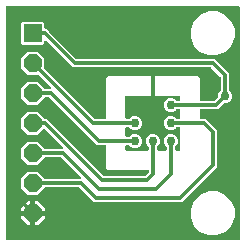
<source format=gbr>
G04 EAGLE Gerber RS-274X export*
G75*
%MOMM*%
%FSLAX34Y34*%
%LPD*%
%INBottom Copper*%
%IPPOS*%
%AMOC8*
5,1,8,0,0,1.08239X$1,22.5*%
G01*
%ADD10R,1.524000X1.524000*%
%ADD11P,1.649562X8X22.500000*%
%ADD12C,0.304800*%
%ADD13C,0.762000*%

G36*
X199702Y2549D02*
X199702Y2549D01*
X199760Y2547D01*
X199842Y2569D01*
X199926Y2581D01*
X199979Y2604D01*
X200035Y2619D01*
X200108Y2662D01*
X200185Y2697D01*
X200230Y2735D01*
X200280Y2764D01*
X200338Y2826D01*
X200402Y2880D01*
X200434Y2929D01*
X200474Y2972D01*
X200513Y3047D01*
X200560Y3117D01*
X200577Y3173D01*
X200604Y3225D01*
X200615Y3293D01*
X200645Y3388D01*
X200648Y3488D01*
X200659Y3556D01*
X200659Y199644D01*
X200651Y199702D01*
X200653Y199760D01*
X200631Y199842D01*
X200619Y199926D01*
X200596Y199979D01*
X200581Y200035D01*
X200538Y200108D01*
X200503Y200185D01*
X200465Y200230D01*
X200436Y200280D01*
X200374Y200338D01*
X200320Y200402D01*
X200271Y200434D01*
X200228Y200474D01*
X200153Y200513D01*
X200083Y200560D01*
X200027Y200577D01*
X199975Y200604D01*
X199907Y200615D01*
X199812Y200645D01*
X199712Y200648D01*
X199644Y200659D01*
X3556Y200659D01*
X3498Y200651D01*
X3440Y200653D01*
X3358Y200631D01*
X3274Y200619D01*
X3221Y200596D01*
X3165Y200581D01*
X3092Y200538D01*
X3015Y200503D01*
X2970Y200465D01*
X2920Y200436D01*
X2862Y200374D01*
X2798Y200320D01*
X2766Y200271D01*
X2726Y200228D01*
X2687Y200153D01*
X2640Y200083D01*
X2623Y200027D01*
X2596Y199975D01*
X2585Y199907D01*
X2555Y199812D01*
X2552Y199712D01*
X2541Y199644D01*
X2541Y3556D01*
X2549Y3498D01*
X2547Y3440D01*
X2569Y3358D01*
X2581Y3274D01*
X2604Y3221D01*
X2619Y3165D01*
X2662Y3092D01*
X2697Y3015D01*
X2735Y2970D01*
X2764Y2920D01*
X2826Y2862D01*
X2880Y2798D01*
X2929Y2766D01*
X2972Y2726D01*
X3047Y2687D01*
X3117Y2640D01*
X3173Y2623D01*
X3225Y2596D01*
X3293Y2585D01*
X3388Y2555D01*
X3488Y2552D01*
X3556Y2541D01*
X199644Y2541D01*
X199702Y2549D01*
G37*
%LPC*%
G36*
X77267Y34543D02*
X77267Y34543D01*
X64864Y46946D01*
X64794Y46998D01*
X64730Y47058D01*
X64681Y47084D01*
X64637Y47117D01*
X64555Y47148D01*
X64477Y47188D01*
X64430Y47196D01*
X64371Y47218D01*
X64224Y47230D01*
X64146Y47243D01*
X35915Y47243D01*
X35828Y47231D01*
X35741Y47228D01*
X35688Y47211D01*
X35633Y47203D01*
X35554Y47168D01*
X35470Y47141D01*
X35431Y47113D01*
X35374Y47087D01*
X35261Y46991D01*
X35197Y46946D01*
X29398Y41147D01*
X21402Y41147D01*
X15747Y46802D01*
X15747Y54798D01*
X21402Y60453D01*
X29398Y60453D01*
X35197Y54654D01*
X35267Y54602D01*
X35331Y54542D01*
X35380Y54516D01*
X35424Y54483D01*
X35506Y54452D01*
X35584Y54412D01*
X35631Y54404D01*
X35690Y54382D01*
X35837Y54370D01*
X35915Y54357D01*
X65162Y54357D01*
X65191Y54361D01*
X65221Y54358D01*
X65332Y54381D01*
X65444Y54397D01*
X65470Y54409D01*
X65499Y54414D01*
X65600Y54466D01*
X65703Y54513D01*
X65726Y54532D01*
X65752Y54545D01*
X65834Y54623D01*
X65920Y54696D01*
X65936Y54721D01*
X65958Y54741D01*
X66015Y54839D01*
X66078Y54933D01*
X66087Y54961D01*
X66101Y54986D01*
X66129Y55096D01*
X66164Y55204D01*
X66164Y55234D01*
X66172Y55262D01*
X66168Y55375D01*
X66171Y55488D01*
X66163Y55517D01*
X66162Y55546D01*
X66128Y55654D01*
X66099Y55763D01*
X66084Y55789D01*
X66075Y55817D01*
X66029Y55880D01*
X65954Y56008D01*
X65908Y56051D01*
X65880Y56090D01*
X49624Y72346D01*
X49554Y72398D01*
X49490Y72458D01*
X49441Y72484D01*
X49397Y72517D01*
X49315Y72548D01*
X49237Y72588D01*
X49190Y72596D01*
X49131Y72618D01*
X48984Y72630D01*
X48906Y72643D01*
X35915Y72643D01*
X35828Y72631D01*
X35741Y72628D01*
X35688Y72611D01*
X35633Y72603D01*
X35553Y72568D01*
X35470Y72541D01*
X35431Y72513D01*
X35374Y72487D01*
X35261Y72391D01*
X35197Y72346D01*
X29398Y66547D01*
X21402Y66547D01*
X15747Y72202D01*
X15747Y80198D01*
X21402Y85853D01*
X29398Y85853D01*
X35197Y80054D01*
X35267Y80002D01*
X35331Y79942D01*
X35380Y79916D01*
X35424Y79883D01*
X35506Y79852D01*
X35584Y79812D01*
X35631Y79804D01*
X35690Y79782D01*
X35837Y79770D01*
X35915Y79757D01*
X49922Y79757D01*
X49951Y79761D01*
X49981Y79758D01*
X50092Y79781D01*
X50204Y79797D01*
X50230Y79809D01*
X50259Y79814D01*
X50360Y79866D01*
X50463Y79913D01*
X50486Y79932D01*
X50512Y79945D01*
X50594Y80023D01*
X50680Y80096D01*
X50696Y80121D01*
X50718Y80141D01*
X50775Y80239D01*
X50838Y80333D01*
X50847Y80361D01*
X50861Y80386D01*
X50889Y80496D01*
X50924Y80604D01*
X50924Y80634D01*
X50932Y80662D01*
X50928Y80775D01*
X50931Y80888D01*
X50923Y80917D01*
X50922Y80946D01*
X50888Y81054D01*
X50859Y81163D01*
X50844Y81189D01*
X50835Y81217D01*
X50790Y81280D01*
X50714Y81408D01*
X50668Y81451D01*
X50640Y81490D01*
X35508Y96622D01*
X35462Y96657D01*
X35421Y96699D01*
X35349Y96742D01*
X35281Y96793D01*
X35227Y96813D01*
X35176Y96843D01*
X35094Y96864D01*
X35016Y96894D01*
X34957Y96899D01*
X34901Y96913D01*
X34816Y96910D01*
X34732Y96917D01*
X34675Y96906D01*
X34616Y96904D01*
X34536Y96878D01*
X34454Y96861D01*
X34402Y96834D01*
X34346Y96816D01*
X34290Y96776D01*
X34201Y96730D01*
X34129Y96662D01*
X34073Y96622D01*
X29398Y91947D01*
X21402Y91947D01*
X15747Y97602D01*
X15747Y105598D01*
X21402Y111253D01*
X29398Y111253D01*
X35197Y105454D01*
X35267Y105402D01*
X35331Y105342D01*
X35380Y105316D01*
X35424Y105283D01*
X35506Y105252D01*
X35584Y105212D01*
X35631Y105204D01*
X35690Y105182D01*
X35837Y105170D01*
X35915Y105157D01*
X37033Y105157D01*
X84996Y57194D01*
X85066Y57142D01*
X85130Y57082D01*
X85179Y57056D01*
X85223Y57023D01*
X85305Y56992D01*
X85383Y56952D01*
X85430Y56944D01*
X85489Y56922D01*
X85636Y56910D01*
X85714Y56897D01*
X120026Y56897D01*
X120113Y56909D01*
X120200Y56912D01*
X120253Y56929D01*
X120308Y56937D01*
X120388Y56972D01*
X120471Y56999D01*
X120510Y57027D01*
X120567Y57053D01*
X120680Y57149D01*
X120744Y57194D01*
X123146Y59596D01*
X123198Y59666D01*
X123258Y59730D01*
X123284Y59779D01*
X123317Y59823D01*
X123348Y59905D01*
X123388Y59983D01*
X123396Y60030D01*
X123418Y60089D01*
X123430Y60236D01*
X123443Y60314D01*
X123443Y61088D01*
X123435Y61146D01*
X123437Y61204D01*
X123415Y61286D01*
X123403Y61370D01*
X123380Y61423D01*
X123365Y61479D01*
X123322Y61552D01*
X123287Y61629D01*
X123249Y61674D01*
X123220Y61724D01*
X123158Y61782D01*
X123104Y61846D01*
X123055Y61878D01*
X123012Y61918D01*
X122937Y61957D01*
X122867Y62004D01*
X122811Y62021D01*
X122759Y62048D01*
X122691Y62059D01*
X122596Y62089D01*
X122496Y62092D01*
X122428Y62103D01*
X102864Y62103D01*
X102856Y62102D01*
X88694Y62102D01*
X87502Y63294D01*
X87502Y77458D01*
X87503Y77464D01*
X87503Y81788D01*
X87496Y81837D01*
X87497Y81847D01*
X87495Y81852D01*
X87497Y81904D01*
X87475Y81986D01*
X87463Y82070D01*
X87440Y82123D01*
X87425Y82179D01*
X87382Y82252D01*
X87347Y82329D01*
X87309Y82374D01*
X87280Y82424D01*
X87218Y82482D01*
X87164Y82546D01*
X87115Y82578D01*
X87072Y82618D01*
X86997Y82657D01*
X86927Y82704D01*
X86871Y82721D01*
X86819Y82748D01*
X86751Y82759D01*
X86656Y82789D01*
X86556Y82792D01*
X86488Y82803D01*
X79807Y82803D01*
X39464Y123146D01*
X39394Y123198D01*
X39330Y123258D01*
X39281Y123284D01*
X39237Y123317D01*
X39155Y123348D01*
X39077Y123388D01*
X39030Y123396D01*
X38971Y123418D01*
X38824Y123430D01*
X38746Y123443D01*
X35915Y123443D01*
X35828Y123431D01*
X35741Y123428D01*
X35688Y123411D01*
X35633Y123403D01*
X35554Y123368D01*
X35470Y123341D01*
X35431Y123313D01*
X35374Y123287D01*
X35261Y123191D01*
X35197Y123146D01*
X29398Y117347D01*
X21402Y117347D01*
X15747Y123002D01*
X15747Y130998D01*
X21402Y136653D01*
X29398Y136653D01*
X35197Y130854D01*
X35267Y130802D01*
X35331Y130742D01*
X35380Y130716D01*
X35424Y130683D01*
X35506Y130652D01*
X35584Y130612D01*
X35631Y130604D01*
X35690Y130582D01*
X35837Y130570D01*
X35915Y130557D01*
X39762Y130557D01*
X39791Y130561D01*
X39821Y130558D01*
X39932Y130581D01*
X40044Y130597D01*
X40070Y130609D01*
X40099Y130614D01*
X40200Y130666D01*
X40303Y130713D01*
X40326Y130732D01*
X40352Y130745D01*
X40434Y130823D01*
X40520Y130896D01*
X40536Y130921D01*
X40558Y130941D01*
X40615Y131039D01*
X40678Y131133D01*
X40687Y131161D01*
X40701Y131186D01*
X40729Y131296D01*
X40764Y131404D01*
X40764Y131434D01*
X40772Y131462D01*
X40768Y131575D01*
X40771Y131688D01*
X40763Y131717D01*
X40762Y131746D01*
X40728Y131854D01*
X40699Y131963D01*
X40684Y131989D01*
X40675Y132017D01*
X40629Y132080D01*
X40554Y132208D01*
X40508Y132251D01*
X40480Y132290D01*
X30320Y142450D01*
X30250Y142502D01*
X30186Y142562D01*
X30137Y142588D01*
X30093Y142621D01*
X30011Y142652D01*
X29933Y142692D01*
X29886Y142700D01*
X29827Y142722D01*
X29680Y142734D01*
X29602Y142747D01*
X21402Y142747D01*
X15747Y148402D01*
X15747Y156398D01*
X21402Y162053D01*
X29398Y162053D01*
X35053Y156398D01*
X35053Y148198D01*
X35065Y148111D01*
X35068Y148024D01*
X35085Y147971D01*
X35093Y147916D01*
X35128Y147836D01*
X35155Y147753D01*
X35183Y147714D01*
X35209Y147657D01*
X35305Y147544D01*
X35350Y147480D01*
X77376Y105454D01*
X77446Y105402D01*
X77510Y105342D01*
X77559Y105316D01*
X77603Y105283D01*
X77685Y105252D01*
X77763Y105212D01*
X77810Y105204D01*
X77869Y105182D01*
X78016Y105170D01*
X78094Y105157D01*
X86488Y105157D01*
X86546Y105165D01*
X86604Y105163D01*
X86686Y105185D01*
X86770Y105197D01*
X86823Y105220D01*
X86879Y105235D01*
X86952Y105278D01*
X87029Y105313D01*
X87074Y105351D01*
X87124Y105380D01*
X87182Y105442D01*
X87246Y105496D01*
X87278Y105545D01*
X87318Y105588D01*
X87357Y105663D01*
X87404Y105733D01*
X87421Y105789D01*
X87448Y105841D01*
X87459Y105909D01*
X87489Y106004D01*
X87492Y106104D01*
X87503Y106172D01*
X87503Y125737D01*
X87502Y125745D01*
X87502Y139907D01*
X88693Y141098D01*
X165307Y141098D01*
X166498Y139907D01*
X166498Y121412D01*
X166506Y121354D01*
X166504Y121296D01*
X166526Y121214D01*
X166538Y121130D01*
X166561Y121077D01*
X166576Y121021D01*
X166619Y120948D01*
X166654Y120871D01*
X166692Y120826D01*
X166721Y120776D01*
X166783Y120718D01*
X166837Y120654D01*
X166886Y120622D01*
X166929Y120582D01*
X167004Y120543D01*
X167074Y120496D01*
X167130Y120479D01*
X167182Y120452D01*
X167250Y120441D01*
X167345Y120411D01*
X167445Y120408D01*
X167513Y120397D01*
X178446Y120397D01*
X178533Y120409D01*
X178620Y120412D01*
X178673Y120429D01*
X178728Y120437D01*
X178808Y120472D01*
X178891Y120499D01*
X178930Y120527D01*
X178987Y120553D01*
X179100Y120649D01*
X179164Y120694D01*
X181820Y123350D01*
X181872Y123420D01*
X181932Y123484D01*
X181958Y123533D01*
X181991Y123577D01*
X182022Y123659D01*
X182062Y123737D01*
X182070Y123784D01*
X182092Y123843D01*
X182104Y123990D01*
X182117Y124068D01*
X182117Y125622D01*
X183007Y127770D01*
X184106Y128869D01*
X184158Y128939D01*
X184218Y129002D01*
X184244Y129052D01*
X184277Y129096D01*
X184308Y129178D01*
X184348Y129256D01*
X184356Y129303D01*
X184378Y129362D01*
X184390Y129509D01*
X184403Y129587D01*
X184403Y140346D01*
X184391Y140433D01*
X184388Y140520D01*
X184371Y140573D01*
X184363Y140628D01*
X184328Y140708D01*
X184301Y140791D01*
X184273Y140830D01*
X184247Y140887D01*
X184151Y141000D01*
X184106Y141064D01*
X176624Y148546D01*
X176554Y148598D01*
X176490Y148658D01*
X176441Y148684D01*
X176397Y148717D01*
X176315Y148748D01*
X176237Y148788D01*
X176190Y148796D01*
X176131Y148818D01*
X175984Y148830D01*
X175906Y148843D01*
X59487Y148843D01*
X36786Y171544D01*
X36762Y171562D01*
X36743Y171584D01*
X36649Y171647D01*
X36559Y171715D01*
X36531Y171725D01*
X36507Y171742D01*
X36399Y171776D01*
X36293Y171816D01*
X36264Y171819D01*
X36236Y171828D01*
X36122Y171830D01*
X36010Y171840D01*
X35981Y171834D01*
X35952Y171835D01*
X35842Y171806D01*
X35731Y171784D01*
X35705Y171770D01*
X35677Y171763D01*
X35579Y171705D01*
X35479Y171653D01*
X35457Y171633D01*
X35432Y171618D01*
X35355Y171535D01*
X35273Y171457D01*
X35258Y171432D01*
X35238Y171410D01*
X35186Y171310D01*
X35129Y171212D01*
X35122Y171183D01*
X35108Y171157D01*
X35095Y171080D01*
X35059Y170936D01*
X35061Y170874D01*
X35053Y170826D01*
X35053Y169338D01*
X33862Y168147D01*
X16938Y168147D01*
X15747Y169338D01*
X15747Y186262D01*
X16938Y187453D01*
X33862Y187453D01*
X35053Y186262D01*
X35053Y182372D01*
X35061Y182314D01*
X35059Y182256D01*
X35081Y182174D01*
X35093Y182090D01*
X35116Y182037D01*
X35131Y181981D01*
X35174Y181908D01*
X35209Y181831D01*
X35247Y181786D01*
X35276Y181736D01*
X35338Y181678D01*
X35392Y181614D01*
X35441Y181582D01*
X35484Y181542D01*
X35559Y181503D01*
X35629Y181456D01*
X35685Y181439D01*
X35737Y181412D01*
X35805Y181401D01*
X35900Y181371D01*
X36000Y181368D01*
X36068Y181357D01*
X37033Y181357D01*
X39414Y178976D01*
X62136Y156254D01*
X62206Y156202D01*
X62270Y156142D01*
X62319Y156116D01*
X62363Y156083D01*
X62445Y156052D01*
X62523Y156012D01*
X62570Y156004D01*
X62629Y155982D01*
X62776Y155970D01*
X62854Y155957D01*
X179273Y155957D01*
X191517Y143713D01*
X191517Y129587D01*
X191529Y129500D01*
X191532Y129413D01*
X191549Y129360D01*
X191557Y129305D01*
X191592Y129225D01*
X191619Y129142D01*
X191647Y129103D01*
X191673Y129046D01*
X191769Y128933D01*
X191814Y128869D01*
X192913Y127770D01*
X193803Y125622D01*
X193803Y123298D01*
X192913Y121150D01*
X191270Y119507D01*
X189122Y118617D01*
X187568Y118617D01*
X187481Y118605D01*
X187394Y118602D01*
X187341Y118585D01*
X187286Y118577D01*
X187206Y118542D01*
X187123Y118515D01*
X187084Y118487D01*
X187027Y118461D01*
X186914Y118365D01*
X186850Y118320D01*
X181813Y113283D01*
X167513Y113283D01*
X167455Y113275D01*
X167397Y113277D01*
X167315Y113255D01*
X167231Y113243D01*
X167178Y113220D01*
X167122Y113205D01*
X167049Y113162D01*
X166972Y113127D01*
X166927Y113089D01*
X166877Y113060D01*
X166819Y112998D01*
X166755Y112944D01*
X166723Y112895D01*
X166683Y112852D01*
X166644Y112777D01*
X166597Y112707D01*
X166580Y112651D01*
X166553Y112599D01*
X166542Y112531D01*
X166512Y112436D01*
X166509Y112336D01*
X166498Y112268D01*
X166498Y106172D01*
X166506Y106114D01*
X166504Y106056D01*
X166526Y105974D01*
X166538Y105890D01*
X166561Y105837D01*
X166576Y105781D01*
X166619Y105708D01*
X166654Y105631D01*
X166692Y105586D01*
X166721Y105536D01*
X166783Y105478D01*
X166837Y105414D01*
X166886Y105382D01*
X166929Y105342D01*
X167004Y105303D01*
X167074Y105256D01*
X167130Y105239D01*
X167182Y105212D01*
X167250Y105201D01*
X167345Y105171D01*
X167445Y105168D01*
X167513Y105157D01*
X171653Y105157D01*
X181357Y95453D01*
X181357Y64567D01*
X151333Y34543D01*
X77267Y34543D01*
G37*
%LPD*%
G36*
X122486Y78241D02*
X122486Y78241D01*
X122544Y78239D01*
X122626Y78261D01*
X122710Y78273D01*
X122763Y78296D01*
X122819Y78311D01*
X122892Y78354D01*
X122969Y78389D01*
X123014Y78427D01*
X123064Y78456D01*
X123122Y78518D01*
X123186Y78572D01*
X123218Y78621D01*
X123258Y78664D01*
X123297Y78739D01*
X123344Y78809D01*
X123361Y78865D01*
X123388Y78917D01*
X123399Y78985D01*
X123429Y79080D01*
X123432Y79180D01*
X123443Y79248D01*
X123443Y81233D01*
X123431Y81320D01*
X123428Y81407D01*
X123411Y81460D01*
X123403Y81515D01*
X123368Y81595D01*
X123341Y81678D01*
X123313Y81717D01*
X123287Y81774D01*
X123191Y81888D01*
X123146Y81951D01*
X122047Y83050D01*
X121157Y85198D01*
X121157Y87522D01*
X122047Y89670D01*
X123690Y91313D01*
X125838Y92203D01*
X128162Y92203D01*
X130310Y91313D01*
X131953Y89670D01*
X132843Y87522D01*
X132843Y85198D01*
X131953Y83050D01*
X130854Y81951D01*
X130802Y81881D01*
X130742Y81818D01*
X130716Y81768D01*
X130683Y81724D01*
X130652Y81642D01*
X130612Y81564D01*
X130604Y81517D01*
X130582Y81458D01*
X130570Y81311D01*
X130557Y81233D01*
X130557Y79248D01*
X130565Y79190D01*
X130563Y79132D01*
X130585Y79050D01*
X130597Y78966D01*
X130620Y78913D01*
X130635Y78857D01*
X130678Y78784D01*
X130713Y78707D01*
X130751Y78662D01*
X130780Y78612D01*
X130842Y78554D01*
X130896Y78490D01*
X130945Y78458D01*
X130988Y78418D01*
X131063Y78379D01*
X131133Y78332D01*
X131189Y78315D01*
X131241Y78288D01*
X131309Y78277D01*
X131404Y78247D01*
X131504Y78244D01*
X131572Y78233D01*
X137668Y78233D01*
X137726Y78241D01*
X137784Y78239D01*
X137866Y78261D01*
X137950Y78273D01*
X138003Y78296D01*
X138059Y78311D01*
X138132Y78354D01*
X138209Y78389D01*
X138254Y78427D01*
X138304Y78456D01*
X138362Y78518D01*
X138426Y78572D01*
X138458Y78621D01*
X138498Y78664D01*
X138537Y78739D01*
X138584Y78809D01*
X138601Y78865D01*
X138628Y78917D01*
X138639Y78985D01*
X138669Y79080D01*
X138672Y79180D01*
X138683Y79248D01*
X138683Y81233D01*
X138671Y81320D01*
X138668Y81407D01*
X138651Y81460D01*
X138643Y81515D01*
X138608Y81595D01*
X138581Y81678D01*
X138553Y81717D01*
X138527Y81774D01*
X138431Y81888D01*
X138386Y81951D01*
X137287Y83050D01*
X136397Y85198D01*
X136397Y87522D01*
X137287Y89670D01*
X138930Y91313D01*
X141078Y92203D01*
X143402Y92203D01*
X145550Y91313D01*
X147193Y89670D01*
X148083Y87522D01*
X148083Y85198D01*
X147193Y83050D01*
X146094Y81951D01*
X146042Y81881D01*
X145982Y81818D01*
X145956Y81768D01*
X145923Y81724D01*
X145892Y81642D01*
X145852Y81564D01*
X145844Y81517D01*
X145822Y81458D01*
X145810Y81311D01*
X145797Y81233D01*
X145797Y79248D01*
X145805Y79190D01*
X145803Y79132D01*
X145825Y79050D01*
X145837Y78966D01*
X145860Y78913D01*
X145875Y78857D01*
X145918Y78784D01*
X145953Y78707D01*
X145991Y78662D01*
X146020Y78612D01*
X146082Y78554D01*
X146136Y78490D01*
X146185Y78458D01*
X146228Y78418D01*
X146303Y78379D01*
X146373Y78332D01*
X146429Y78315D01*
X146481Y78288D01*
X146549Y78277D01*
X146644Y78247D01*
X146744Y78244D01*
X146812Y78233D01*
X149353Y78233D01*
X149411Y78241D01*
X149469Y78239D01*
X149551Y78261D01*
X149635Y78273D01*
X149688Y78296D01*
X149744Y78311D01*
X149817Y78354D01*
X149894Y78389D01*
X149939Y78427D01*
X149989Y78456D01*
X150047Y78518D01*
X150111Y78572D01*
X150143Y78621D01*
X150183Y78664D01*
X150222Y78739D01*
X150269Y78809D01*
X150286Y78865D01*
X150313Y78917D01*
X150324Y78985D01*
X150354Y79080D01*
X150357Y79180D01*
X150368Y79248D01*
X150368Y97028D01*
X150360Y97086D01*
X150362Y97144D01*
X150340Y97226D01*
X150328Y97310D01*
X150305Y97363D01*
X150290Y97419D01*
X150247Y97492D01*
X150212Y97569D01*
X150174Y97614D01*
X150145Y97664D01*
X150083Y97722D01*
X150029Y97786D01*
X149980Y97818D01*
X149937Y97858D01*
X149862Y97897D01*
X149792Y97944D01*
X149736Y97961D01*
X149684Y97988D01*
X149616Y97999D01*
X149521Y98029D01*
X149421Y98032D01*
X149353Y98043D01*
X147367Y98043D01*
X147280Y98031D01*
X147193Y98028D01*
X147140Y98011D01*
X147085Y98003D01*
X147005Y97968D01*
X146922Y97941D01*
X146883Y97913D01*
X146826Y97887D01*
X146712Y97791D01*
X146649Y97746D01*
X145550Y96647D01*
X143402Y95757D01*
X141078Y95757D01*
X138930Y96647D01*
X137287Y98290D01*
X136397Y100438D01*
X136397Y102762D01*
X137287Y104910D01*
X138930Y106553D01*
X141078Y107443D01*
X143402Y107443D01*
X145550Y106553D01*
X146649Y105454D01*
X146719Y105402D01*
X146782Y105342D01*
X146832Y105316D01*
X146876Y105283D01*
X146958Y105252D01*
X147036Y105212D01*
X147083Y105204D01*
X147142Y105182D01*
X147289Y105170D01*
X147367Y105157D01*
X149353Y105157D01*
X149411Y105165D01*
X149469Y105163D01*
X149551Y105185D01*
X149635Y105197D01*
X149688Y105220D01*
X149744Y105235D01*
X149817Y105278D01*
X149894Y105313D01*
X149939Y105351D01*
X149989Y105380D01*
X150047Y105442D01*
X150111Y105496D01*
X150143Y105545D01*
X150183Y105588D01*
X150222Y105663D01*
X150269Y105733D01*
X150286Y105789D01*
X150313Y105841D01*
X150324Y105909D01*
X150354Y106004D01*
X150357Y106104D01*
X150368Y106172D01*
X150368Y112268D01*
X150360Y112326D01*
X150362Y112384D01*
X150340Y112466D01*
X150328Y112550D01*
X150305Y112603D01*
X150290Y112659D01*
X150247Y112732D01*
X150212Y112809D01*
X150174Y112854D01*
X150145Y112904D01*
X150083Y112962D01*
X150029Y113026D01*
X149980Y113058D01*
X149937Y113098D01*
X149862Y113137D01*
X149792Y113184D01*
X149736Y113201D01*
X149684Y113228D01*
X149616Y113239D01*
X149521Y113269D01*
X149421Y113272D01*
X149353Y113283D01*
X147367Y113283D01*
X147280Y113271D01*
X147193Y113268D01*
X147140Y113251D01*
X147085Y113243D01*
X147005Y113208D01*
X146922Y113181D01*
X146883Y113153D01*
X146826Y113127D01*
X146713Y113031D01*
X146649Y112986D01*
X145550Y111887D01*
X143402Y110997D01*
X141078Y110997D01*
X138930Y111887D01*
X137287Y113530D01*
X136397Y115678D01*
X136397Y118002D01*
X137287Y120150D01*
X138930Y121793D01*
X141078Y122683D01*
X143402Y122683D01*
X145550Y121793D01*
X146649Y120694D01*
X146719Y120642D01*
X146782Y120582D01*
X146832Y120556D01*
X146876Y120523D01*
X146958Y120492D01*
X147036Y120452D01*
X147083Y120444D01*
X147142Y120422D01*
X147289Y120410D01*
X147367Y120397D01*
X149353Y120397D01*
X149411Y120405D01*
X149469Y120403D01*
X149551Y120425D01*
X149635Y120437D01*
X149688Y120460D01*
X149744Y120475D01*
X149817Y120518D01*
X149894Y120553D01*
X149939Y120591D01*
X149989Y120620D01*
X150047Y120682D01*
X150111Y120736D01*
X150143Y120785D01*
X150183Y120828D01*
X150222Y120903D01*
X150269Y120973D01*
X150286Y121029D01*
X150313Y121081D01*
X150324Y121149D01*
X150354Y121244D01*
X150357Y121344D01*
X150368Y121412D01*
X150368Y123953D01*
X150360Y124011D01*
X150362Y124069D01*
X150340Y124151D01*
X150328Y124235D01*
X150305Y124288D01*
X150290Y124344D01*
X150247Y124417D01*
X150212Y124494D01*
X150174Y124539D01*
X150145Y124589D01*
X150083Y124647D01*
X150029Y124711D01*
X149980Y124743D01*
X149937Y124783D01*
X149862Y124822D01*
X149792Y124869D01*
X149736Y124886D01*
X149684Y124913D01*
X149616Y124924D01*
X149521Y124954D01*
X149421Y124957D01*
X149353Y124968D01*
X104648Y124968D01*
X104590Y124960D01*
X104532Y124962D01*
X104450Y124940D01*
X104366Y124928D01*
X104313Y124905D01*
X104257Y124890D01*
X104184Y124847D01*
X104107Y124812D01*
X104062Y124774D01*
X104012Y124745D01*
X103954Y124683D01*
X103890Y124629D01*
X103858Y124580D01*
X103818Y124537D01*
X103779Y124462D01*
X103732Y124392D01*
X103715Y124336D01*
X103688Y124284D01*
X103677Y124216D01*
X103647Y124121D01*
X103644Y124021D01*
X103633Y123953D01*
X103633Y106172D01*
X103641Y106114D01*
X103639Y106056D01*
X103661Y105974D01*
X103673Y105890D01*
X103696Y105837D01*
X103711Y105781D01*
X103754Y105708D01*
X103789Y105631D01*
X103827Y105586D01*
X103856Y105536D01*
X103918Y105478D01*
X103972Y105414D01*
X104021Y105382D01*
X104064Y105342D01*
X104139Y105303D01*
X104209Y105256D01*
X104265Y105239D01*
X104317Y105212D01*
X104385Y105201D01*
X104480Y105171D01*
X104580Y105168D01*
X104648Y105157D01*
X106633Y105157D01*
X106720Y105169D01*
X106807Y105172D01*
X106860Y105189D01*
X106915Y105197D01*
X106995Y105232D01*
X107078Y105259D01*
X107117Y105287D01*
X107174Y105313D01*
X107288Y105409D01*
X107351Y105454D01*
X108450Y106553D01*
X110598Y107443D01*
X112922Y107443D01*
X115070Y106553D01*
X116713Y104910D01*
X117603Y102762D01*
X117603Y100438D01*
X116713Y98290D01*
X115070Y96647D01*
X112922Y95757D01*
X110598Y95757D01*
X108450Y96647D01*
X107351Y97746D01*
X107281Y97798D01*
X107218Y97858D01*
X107168Y97884D01*
X107124Y97917D01*
X107042Y97948D01*
X106964Y97988D01*
X106917Y97996D01*
X106858Y98018D01*
X106711Y98030D01*
X106633Y98043D01*
X104648Y98043D01*
X104590Y98035D01*
X104532Y98037D01*
X104450Y98015D01*
X104366Y98003D01*
X104313Y97980D01*
X104257Y97965D01*
X104184Y97922D01*
X104107Y97887D01*
X104062Y97849D01*
X104012Y97820D01*
X103954Y97758D01*
X103890Y97704D01*
X103858Y97655D01*
X103818Y97612D01*
X103779Y97537D01*
X103732Y97467D01*
X103715Y97411D01*
X103688Y97359D01*
X103677Y97291D01*
X103647Y97196D01*
X103644Y97096D01*
X103633Y97028D01*
X103633Y90932D01*
X103641Y90874D01*
X103639Y90816D01*
X103661Y90734D01*
X103673Y90650D01*
X103696Y90597D01*
X103711Y90541D01*
X103754Y90468D01*
X103789Y90391D01*
X103827Y90346D01*
X103856Y90296D01*
X103918Y90238D01*
X103972Y90174D01*
X104021Y90142D01*
X104064Y90102D01*
X104139Y90063D01*
X104209Y90016D01*
X104265Y89999D01*
X104317Y89972D01*
X104385Y89961D01*
X104480Y89931D01*
X104580Y89928D01*
X104648Y89917D01*
X106633Y89917D01*
X106720Y89929D01*
X106807Y89932D01*
X106860Y89949D01*
X106915Y89957D01*
X106995Y89992D01*
X107078Y90019D01*
X107117Y90047D01*
X107174Y90073D01*
X107288Y90169D01*
X107351Y90214D01*
X108450Y91313D01*
X110598Y92203D01*
X112922Y92203D01*
X115070Y91313D01*
X116713Y89670D01*
X117603Y87522D01*
X117603Y85198D01*
X116713Y83050D01*
X115070Y81407D01*
X112922Y80517D01*
X110598Y80517D01*
X108450Y81407D01*
X107351Y82506D01*
X107281Y82558D01*
X107218Y82618D01*
X107168Y82644D01*
X107124Y82677D01*
X107042Y82708D01*
X106964Y82748D01*
X106917Y82756D01*
X106858Y82778D01*
X106711Y82790D01*
X106633Y82803D01*
X104648Y82803D01*
X104590Y82795D01*
X104532Y82797D01*
X104450Y82775D01*
X104366Y82763D01*
X104313Y82740D01*
X104257Y82725D01*
X104184Y82682D01*
X104107Y82647D01*
X104062Y82609D01*
X104012Y82580D01*
X103954Y82518D01*
X103890Y82464D01*
X103858Y82415D01*
X103818Y82372D01*
X103779Y82297D01*
X103732Y82227D01*
X103715Y82171D01*
X103688Y82119D01*
X103677Y82051D01*
X103647Y81956D01*
X103644Y81856D01*
X103633Y81788D01*
X103633Y79248D01*
X103641Y79190D01*
X103639Y79132D01*
X103661Y79050D01*
X103673Y78966D01*
X103696Y78913D01*
X103711Y78857D01*
X103754Y78784D01*
X103789Y78707D01*
X103827Y78662D01*
X103856Y78612D01*
X103918Y78554D01*
X103972Y78490D01*
X104021Y78458D01*
X104064Y78418D01*
X104139Y78379D01*
X104209Y78332D01*
X104265Y78315D01*
X104317Y78288D01*
X104385Y78277D01*
X104480Y78247D01*
X104580Y78244D01*
X104648Y78233D01*
X122428Y78233D01*
X122486Y78241D01*
G37*
%LPC*%
G36*
X174112Y159259D02*
X174112Y159259D01*
X167297Y162082D01*
X162082Y167297D01*
X159259Y174112D01*
X159259Y181488D01*
X162082Y188303D01*
X167297Y193518D01*
X174112Y196341D01*
X181488Y196341D01*
X188303Y193518D01*
X193518Y188303D01*
X196341Y181488D01*
X196341Y174112D01*
X193518Y167297D01*
X188303Y162082D01*
X181488Y159259D01*
X174112Y159259D01*
G37*
%LPD*%
%LPC*%
G36*
X174112Y6859D02*
X174112Y6859D01*
X167297Y9682D01*
X162082Y14897D01*
X159259Y21712D01*
X159259Y29088D01*
X162082Y35903D01*
X167297Y41118D01*
X174112Y43941D01*
X181488Y43941D01*
X188303Y41118D01*
X193518Y35903D01*
X196341Y29088D01*
X196341Y21712D01*
X193518Y14897D01*
X188303Y9682D01*
X181488Y6859D01*
X174112Y6859D01*
G37*
%LPD*%
%LPC*%
G36*
X27431Y27431D02*
X27431Y27431D01*
X27431Y35561D01*
X29609Y35561D01*
X35561Y29609D01*
X35561Y27431D01*
X27431Y27431D01*
G37*
%LPD*%
%LPC*%
G36*
X15239Y27431D02*
X15239Y27431D01*
X15239Y29609D01*
X21191Y35561D01*
X23369Y35561D01*
X23369Y27431D01*
X15239Y27431D01*
G37*
%LPD*%
%LPC*%
G36*
X27431Y15239D02*
X27431Y15239D01*
X27431Y23369D01*
X35561Y23369D01*
X35561Y21191D01*
X29609Y15239D01*
X27431Y15239D01*
G37*
%LPD*%
%LPC*%
G36*
X21191Y15239D02*
X21191Y15239D01*
X15239Y21191D01*
X15239Y23369D01*
X23369Y23369D01*
X23369Y15239D01*
X21191Y15239D01*
G37*
%LPD*%
%LPC*%
G36*
X25399Y25399D02*
X25399Y25399D01*
X25399Y25401D01*
X25401Y25401D01*
X25401Y25399D01*
X25399Y25399D01*
G37*
%LPD*%
D10*
X25400Y177800D03*
D11*
X25400Y152400D03*
X25400Y127000D03*
X25400Y101600D03*
X25400Y76200D03*
X25400Y50800D03*
X25400Y25400D03*
D12*
X25400Y76200D02*
X50800Y76200D01*
X81280Y45720D01*
X129540Y45720D01*
X142240Y58420D01*
X142240Y86360D01*
D13*
X142240Y86360D03*
D12*
X127000Y86360D02*
X127000Y58420D01*
X121920Y53340D01*
X83820Y53340D01*
X35560Y101600D01*
X25400Y101600D01*
D13*
X127000Y86360D03*
D12*
X124460Y144780D02*
X53340Y144780D01*
X124460Y144780D02*
X127000Y142240D01*
X53340Y144780D02*
X33020Y165100D01*
X15240Y165100D01*
X10160Y160020D01*
X10160Y40640D01*
X25400Y25400D01*
X127000Y116840D02*
X127000Y142240D01*
D13*
X111760Y116840D03*
X127000Y116840D03*
D12*
X142240Y116840D02*
X180340Y116840D01*
X187960Y124460D01*
X187960Y142240D01*
X177800Y152400D01*
X60960Y152400D01*
X35560Y177800D01*
X25400Y177800D01*
D13*
X142240Y116840D03*
X187960Y124460D03*
D12*
X66040Y50800D02*
X25400Y50800D01*
X66040Y50800D02*
X78740Y38100D01*
X149860Y38100D01*
X177800Y66040D01*
X177800Y93980D01*
X170180Y101600D01*
X142240Y101600D01*
D13*
X142240Y101600D03*
D12*
X111760Y86360D02*
X81280Y86360D01*
X40640Y127000D01*
X25400Y127000D01*
D13*
X111760Y86360D03*
D12*
X111760Y101600D02*
X76200Y101600D01*
X25400Y152400D01*
D13*
X111760Y101600D03*
M02*

</source>
